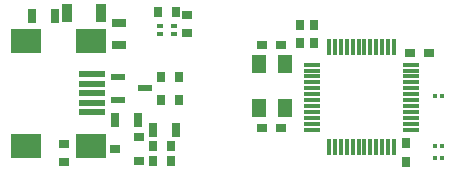
<source format=gtp>
G04*
G04 #@! TF.GenerationSoftware,Altium Limited,Altium Designer,22.7.1 (60)*
G04*
G04 Layer_Color=8421504*
%FSLAX25Y25*%
%MOIN*%
G70*
G04*
G04 #@! TF.SameCoordinates,1362A066-ECE3-457F-9539-8A17BD865AD3*
G04*
G04*
G04 #@! TF.FilePolarity,Positive*
G04*
G01*
G75*
%ADD13R,0.05709X0.01181*%
%ADD14R,0.01181X0.05709*%
%ADD15R,0.04528X0.02362*%
%ADD16R,0.02756X0.03543*%
%ADD17R,0.01968X0.01575*%
%ADD18R,0.03543X0.02756*%
%ADD19R,0.02756X0.05118*%
%ADD20R,0.03800X0.03100*%
%ADD21R,0.04921X0.06299*%
%ADD22R,0.03100X0.03800*%
%ADD23R,0.01181X0.01181*%
%ADD24R,0.03543X0.06299*%
%ADD25R,0.09055X0.01968*%
%ADD26R,0.09843X0.07874*%
%ADD27R,0.03543X0.03150*%
%ADD28R,0.05118X0.02756*%
D13*
X103405Y37047D02*
D03*
Y35079D02*
D03*
Y33110D02*
D03*
Y31142D02*
D03*
Y29173D02*
D03*
Y27205D02*
D03*
Y25236D02*
D03*
Y23268D02*
D03*
Y21299D02*
D03*
Y19331D02*
D03*
Y17362D02*
D03*
Y15394D02*
D03*
X136673D02*
D03*
Y17362D02*
D03*
Y19331D02*
D03*
Y21299D02*
D03*
Y23268D02*
D03*
Y25236D02*
D03*
Y27205D02*
D03*
Y29173D02*
D03*
Y31142D02*
D03*
Y33110D02*
D03*
Y35079D02*
D03*
Y37047D02*
D03*
D14*
X109213Y9587D02*
D03*
X111181D02*
D03*
X113150D02*
D03*
X115118D02*
D03*
X117087D02*
D03*
X119055D02*
D03*
X121024D02*
D03*
X122992D02*
D03*
X124961D02*
D03*
X126929D02*
D03*
X128898D02*
D03*
X130866D02*
D03*
Y42854D02*
D03*
X128898D02*
D03*
X126929D02*
D03*
X124961D02*
D03*
X122992D02*
D03*
X121024D02*
D03*
X119055D02*
D03*
X117087D02*
D03*
X115118D02*
D03*
X113150D02*
D03*
X111181D02*
D03*
X109213D02*
D03*
D15*
X38878Y32874D02*
D03*
Y25394D02*
D03*
X47736Y29134D02*
D03*
D16*
X50591Y5020D02*
D03*
X56496D02*
D03*
X52165Y54528D02*
D03*
X58071D02*
D03*
X56496Y9941D02*
D03*
X50591D02*
D03*
X59252Y32874D02*
D03*
X53347D02*
D03*
X59252Y25394D02*
D03*
X53347D02*
D03*
D17*
X57480Y50000D02*
D03*
X52756D02*
D03*
Y47244D02*
D03*
X57480D02*
D03*
D18*
X62008Y53543D02*
D03*
Y47638D02*
D03*
X20866Y4528D02*
D03*
Y10433D02*
D03*
D19*
X10236Y53150D02*
D03*
X17717D02*
D03*
X45472Y18701D02*
D03*
X37992D02*
D03*
X50591Y15354D02*
D03*
X58071D02*
D03*
D20*
X87007Y15945D02*
D03*
X93308D02*
D03*
Y43504D02*
D03*
X87007D02*
D03*
X142619Y40945D02*
D03*
X136319D02*
D03*
D21*
X85827Y22638D02*
D03*
X94488D02*
D03*
X85827Y37205D02*
D03*
X94488D02*
D03*
D22*
X99410Y50394D02*
D03*
Y44094D02*
D03*
X104331Y50394D02*
D03*
Y44094D02*
D03*
X134843Y4528D02*
D03*
Y10828D02*
D03*
D23*
X146850Y26575D02*
D03*
X144488D02*
D03*
X146850Y9843D02*
D03*
X144488D02*
D03*
X146850Y5906D02*
D03*
X144488D02*
D03*
D24*
X21850Y54134D02*
D03*
X33268D02*
D03*
D25*
X30118Y33858D02*
D03*
Y30709D02*
D03*
Y27559D02*
D03*
Y24409D02*
D03*
Y21260D02*
D03*
D26*
X8071Y45079D02*
D03*
Y10039D02*
D03*
X29724Y45079D02*
D03*
Y10039D02*
D03*
D27*
X45866Y5020D02*
D03*
Y12894D02*
D03*
X37992Y8957D02*
D03*
D28*
X39272Y50984D02*
D03*
Y43504D02*
D03*
M02*

</source>
